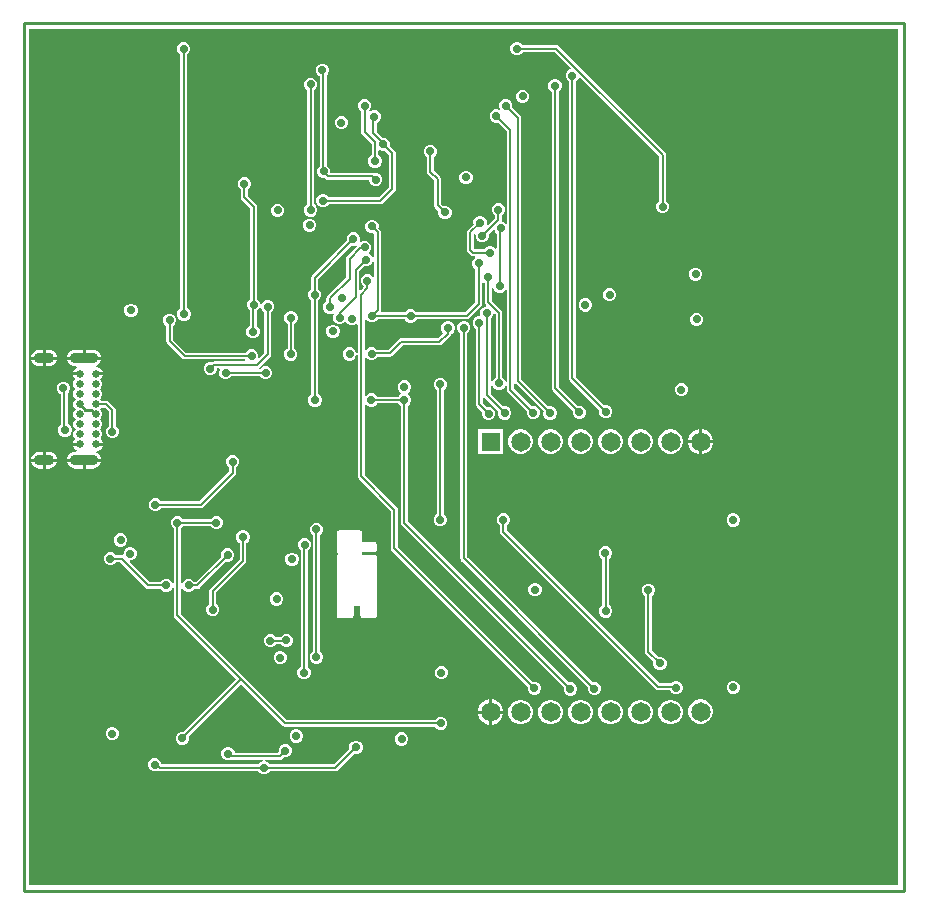
<source format=gbl>
G04*
G04 #@! TF.GenerationSoftware,Altium Limited,Altium Designer,22.10.1 (41)*
G04*
G04 Layer_Physical_Order=4*
G04 Layer_Color=16711680*
%FSLAX43Y43*%
%MOMM*%
G71*
G04*
G04 #@! TF.SameCoordinates,DCDCABE6-F013-49A3-9D9D-6440811BB2A6*
G04*
G04*
G04 #@! TF.FilePolarity,Positive*
G04*
G01*
G75*
%ADD14C,0.150*%
%ADD16C,0.254*%
%ADD112C,0.220*%
%ADD113C,1.650*%
%ADD114R,1.650X1.650*%
%ADD115O,2.400X0.900*%
%ADD116O,1.700X0.900*%
%ADD117C,0.650*%
%ADD118C,0.700*%
%ADD119C,0.500*%
G36*
X74000Y500D02*
X500D01*
Y73000D01*
X74000D01*
Y500D01*
D02*
G37*
%LPC*%
G36*
X42361Y67810D02*
X42139D01*
X41933Y67725D01*
X41775Y67567D01*
X41690Y67361D01*
Y67139D01*
X41775Y66933D01*
X41933Y66775D01*
X42139Y66690D01*
X42361D01*
X42567Y66775D01*
X42725Y66933D01*
X42810Y67139D01*
Y67361D01*
X42725Y67567D01*
X42567Y67725D01*
X42361Y67810D01*
D02*
G37*
G36*
X40936Y67035D02*
X40714D01*
X40508Y66950D01*
X40350Y66792D01*
X40265Y66586D01*
Y66364D01*
X40325Y66219D01*
X40228Y66122D01*
X40136Y66160D01*
X39914D01*
X39708Y66075D01*
X39550Y65917D01*
X39465Y65711D01*
Y65489D01*
X39550Y65283D01*
X39708Y65125D01*
X39914Y65040D01*
X40136D01*
X40163Y65051D01*
X40934Y64280D01*
Y56537D01*
X40807Y56485D01*
X40742Y56550D01*
X40562Y56625D01*
X40525Y56659D01*
X40478Y56762D01*
X40491Y56825D01*
Y57189D01*
X40517Y57200D01*
X40675Y57358D01*
X40760Y57564D01*
Y57786D01*
X40675Y57992D01*
X40517Y58150D01*
X40311Y58235D01*
X40089D01*
X39883Y58150D01*
X39725Y57992D01*
X39640Y57786D01*
Y57564D01*
X39725Y57358D01*
X39883Y57200D01*
X39909Y57189D01*
Y56945D01*
X39291Y56327D01*
X39183Y56399D01*
X39210Y56464D01*
Y56686D01*
X39125Y56892D01*
X38967Y57050D01*
X38761Y57135D01*
X38539D01*
X38333Y57050D01*
X38175Y56892D01*
X38090Y56686D01*
Y56464D01*
X38101Y56437D01*
X37620Y55955D01*
X37557Y55861D01*
X37534Y55750D01*
Y54250D01*
X37557Y54139D01*
X37620Y54045D01*
X37845Y53820D01*
X37939Y53757D01*
X38050Y53734D01*
X38236D01*
X38261Y53607D01*
X38233Y53596D01*
X38075Y53438D01*
X37990Y53232D01*
Y53010D01*
X38075Y52804D01*
X38233Y52646D01*
X38259Y52635D01*
Y49820D01*
X37405Y48966D01*
X33250D01*
X33250Y48967D01*
X33092Y49125D01*
X32886Y49210D01*
X32664D01*
X32458Y49125D01*
X32300Y48967D01*
X32300Y48966D01*
X30339D01*
X30269Y49089D01*
X30269Y49093D01*
X30291Y49200D01*
Y55747D01*
X30268Y55858D01*
X30205Y55952D01*
X30042Y56116D01*
X30053Y56143D01*
Y56365D01*
X29967Y56571D01*
X29810Y56729D01*
X29604Y56814D01*
X29381D01*
X29175Y56729D01*
X29018Y56571D01*
X28933Y56365D01*
Y56143D01*
X29018Y55937D01*
X29175Y55779D01*
X29381Y55694D01*
X29604D01*
X29612Y55697D01*
X29709Y55618D01*
Y51998D01*
X29582Y51972D01*
X29579Y51980D01*
X29422Y52137D01*
X29216Y52222D01*
X28993D01*
X28788Y52137D01*
X28630Y51980D01*
X28545Y51774D01*
Y51551D01*
X28630Y51345D01*
X28788Y51188D01*
X28753Y51064D01*
X28533Y50844D01*
X28416Y50892D01*
Y52435D01*
X28853Y52872D01*
X28880Y52861D01*
X29103D01*
X29308Y52946D01*
X29466Y53104D01*
X29551Y53310D01*
Y53533D01*
X29466Y53738D01*
X29308Y53896D01*
X29278Y53909D01*
X29250Y54058D01*
X29350Y54158D01*
X29435Y54364D01*
Y54586D01*
X29350Y54792D01*
X29192Y54950D01*
X28986Y55035D01*
X28764D01*
X28579Y54958D01*
X28514Y55000D01*
X28476Y55043D01*
X28485Y55064D01*
Y55286D01*
X28400Y55492D01*
X28242Y55650D01*
X28036Y55735D01*
X27814D01*
X27608Y55650D01*
X27450Y55492D01*
X27365Y55286D01*
Y55064D01*
X27376Y55037D01*
X24445Y52105D01*
X24382Y52011D01*
X24359Y51900D01*
Y50961D01*
X24333Y50950D01*
X24175Y50792D01*
X24090Y50586D01*
Y50364D01*
X24175Y50158D01*
X24333Y50000D01*
X24372Y49984D01*
Y42031D01*
X24358Y42025D01*
X24200Y41867D01*
X24115Y41661D01*
Y41439D01*
X24200Y41233D01*
X24358Y41075D01*
X24564Y40990D01*
X24786D01*
X24992Y41075D01*
X25150Y41233D01*
X25235Y41439D01*
Y41661D01*
X25150Y41867D01*
X24992Y42025D01*
X24953Y42041D01*
Y49994D01*
X24967Y50000D01*
X25125Y50158D01*
X25210Y50364D01*
Y50586D01*
X25125Y50792D01*
X24967Y50950D01*
X24941Y50961D01*
Y51780D01*
X27787Y54626D01*
X27814Y54615D01*
X28036D01*
X28144Y54660D01*
X28216Y54552D01*
X27395Y53730D01*
X27332Y53636D01*
X27309Y53525D01*
Y51948D01*
X25720Y50358D01*
X25657Y50264D01*
X25634Y50153D01*
Y49911D01*
X25608Y49900D01*
X25450Y49742D01*
X25365Y49536D01*
Y49314D01*
X25450Y49108D01*
X25608Y48950D01*
X25814Y48865D01*
X26036D01*
X26242Y48950D01*
X26309Y48851D01*
X26275Y48817D01*
X26190Y48611D01*
Y48389D01*
X26275Y48183D01*
X26433Y48025D01*
X26639Y47940D01*
X26861D01*
X27067Y48025D01*
X27194Y48152D01*
X27335Y48143D01*
X27350Y48108D01*
X27508Y47950D01*
X27714Y47865D01*
X27936D01*
X28142Y47950D01*
X28167Y47975D01*
X28284Y47927D01*
Y45568D01*
X28160Y45561D01*
X28075Y45767D01*
X27917Y45925D01*
X27711Y46010D01*
X27489D01*
X27283Y45925D01*
X27125Y45767D01*
X27040Y45561D01*
Y45339D01*
X27125Y45133D01*
X27283Y44975D01*
X27489Y44890D01*
X27711D01*
X27917Y44975D01*
X28075Y45133D01*
X28160Y45339D01*
X28284Y45332D01*
Y35100D01*
X28307Y34989D01*
X28370Y34895D01*
X31109Y32155D01*
Y29000D01*
X31132Y28889D01*
X31195Y28795D01*
X42701Y17288D01*
X42690Y17261D01*
Y17039D01*
X42775Y16833D01*
X42933Y16675D01*
X43139Y16590D01*
X43361D01*
X43567Y16675D01*
X43725Y16833D01*
X43810Y17039D01*
Y17261D01*
X43725Y17467D01*
X43567Y17625D01*
X43361Y17710D01*
X43139D01*
X43112Y17699D01*
X31691Y29120D01*
Y32275D01*
X31668Y32386D01*
X31605Y32480D01*
X28866Y35220D01*
Y41177D01*
X28911Y41200D01*
X28993Y41215D01*
X29133Y41075D01*
X29339Y40990D01*
X29561D01*
X29767Y41075D01*
X29925Y41233D01*
X29936Y41259D01*
X31739D01*
X31750Y41233D01*
X31908Y41075D01*
X31934Y41064D01*
Y31150D01*
X31957Y31039D01*
X32020Y30945D01*
X45751Y17213D01*
X45740Y17186D01*
Y16964D01*
X45825Y16758D01*
X45983Y16600D01*
X46189Y16515D01*
X46411D01*
X46617Y16600D01*
X46775Y16758D01*
X46860Y16964D01*
Y17186D01*
X46775Y17392D01*
X46617Y17550D01*
X46411Y17635D01*
X46189D01*
X46162Y17624D01*
X32516Y31270D01*
Y41064D01*
X32542Y41075D01*
X32700Y41233D01*
X32785Y41439D01*
Y41661D01*
X32700Y41867D01*
X32542Y42025D01*
X32526Y42031D01*
Y42158D01*
X32567Y42175D01*
X32725Y42333D01*
X32810Y42539D01*
Y42761D01*
X32725Y42967D01*
X32567Y43125D01*
X32361Y43210D01*
X32139D01*
X31933Y43125D01*
X31775Y42967D01*
X31690Y42761D01*
Y42539D01*
X31775Y42333D01*
X31933Y42175D01*
X31949Y42169D01*
Y42042D01*
X31908Y42025D01*
X31750Y41867D01*
X31739Y41841D01*
X29936D01*
X29925Y41867D01*
X29767Y42025D01*
X29561Y42110D01*
X29339D01*
X29133Y42025D01*
X28993Y41885D01*
X28911Y41900D01*
X28866Y41923D01*
Y45151D01*
X28993Y45176D01*
X29000Y45158D01*
X29158Y45000D01*
X29364Y44915D01*
X29586D01*
X29792Y45000D01*
X29950Y45158D01*
X29971Y45209D01*
X31000D01*
X31111Y45232D01*
X31205Y45295D01*
X32108Y46197D01*
X35213D01*
X35324Y46219D01*
X35418Y46282D01*
X36099Y46963D01*
X36162Y47057D01*
X36180Y47150D01*
X36242Y47175D01*
X36400Y47333D01*
X36485Y47539D01*
Y47761D01*
X36400Y47967D01*
X36242Y48125D01*
X36036Y48210D01*
X35814D01*
X35608Y48125D01*
X35450Y47967D01*
X35365Y47761D01*
Y47539D01*
X35450Y47333D01*
X35549Y47234D01*
X35092Y46778D01*
X31988D01*
X31876Y46756D01*
X31782Y46693D01*
X30880Y45791D01*
X29950D01*
X29950Y45792D01*
X29792Y45950D01*
X29586Y46035D01*
X29364D01*
X29158Y45950D01*
X29000Y45792D01*
X28993Y45774D01*
X28866Y45799D01*
Y48436D01*
X28993Y48462D01*
X29025Y48383D01*
X29183Y48225D01*
X29389Y48140D01*
X29611D01*
X29817Y48225D01*
X29975Y48383D01*
X29975Y48384D01*
X32279D01*
X32300Y48333D01*
X32458Y48175D01*
X32664Y48090D01*
X32886D01*
X33092Y48175D01*
X33250Y48333D01*
X33271Y48384D01*
X37525D01*
X37636Y48407D01*
X37730Y48470D01*
X38755Y49495D01*
X38818Y49589D01*
X38841Y49700D01*
Y51488D01*
X38968Y51540D01*
X39033Y51475D01*
X39059Y51464D01*
Y49835D01*
X39082Y49724D01*
X39145Y49630D01*
X39191Y49583D01*
X39139Y49456D01*
X39089D01*
X38883Y49371D01*
X38725Y49213D01*
X38640Y49007D01*
Y48785D01*
X38649Y48762D01*
X38565Y48635D01*
X38464D01*
X38258Y48550D01*
X38100Y48392D01*
X38015Y48186D01*
Y47964D01*
X38100Y47758D01*
X38258Y47600D01*
X38284Y47589D01*
Y41200D01*
X38307Y41089D01*
X38370Y40995D01*
X38826Y40538D01*
X38815Y40511D01*
Y40289D01*
X38900Y40083D01*
X39058Y39925D01*
X39264Y39840D01*
X39486D01*
X39692Y39925D01*
X39850Y40083D01*
X39935Y40289D01*
Y40511D01*
X39850Y40717D01*
X39692Y40875D01*
X39486Y40960D01*
X39264D01*
X39237Y40949D01*
X38866Y41320D01*
Y41744D01*
X38886Y41758D01*
X39049Y41741D01*
X40201Y40588D01*
X40190Y40561D01*
Y40339D01*
X40275Y40133D01*
X40433Y39975D01*
X40639Y39890D01*
X40861D01*
X41067Y39975D01*
X41225Y40133D01*
X41310Y40339D01*
Y40561D01*
X41225Y40767D01*
X41067Y40925D01*
X40861Y41010D01*
X40639D01*
X40612Y40999D01*
X39545Y42066D01*
Y48449D01*
X39675Y48579D01*
X39760Y48785D01*
Y48809D01*
X39877Y48860D01*
X39959Y48794D01*
Y43436D01*
X39933Y43425D01*
X39775Y43267D01*
X39690Y43061D01*
Y42839D01*
X39775Y42633D01*
X39933Y42475D01*
X40139Y42390D01*
X40361D01*
X40567Y42475D01*
X40725Y42633D01*
X40810Y42839D01*
X40934Y42832D01*
Y42400D01*
X40957Y42289D01*
X41020Y42195D01*
X42601Y40613D01*
X42590Y40586D01*
Y40364D01*
X42675Y40158D01*
X42833Y40000D01*
X43039Y39915D01*
X43261D01*
X43467Y40000D01*
X43625Y40158D01*
X43710Y40364D01*
Y40586D01*
X43625Y40792D01*
X43467Y40950D01*
X43261Y41035D01*
X43039D01*
X43012Y41024D01*
X41516Y42520D01*
Y42934D01*
X41643Y42972D01*
X41645Y42970D01*
X44026Y40588D01*
X44015Y40561D01*
Y40339D01*
X44100Y40133D01*
X44258Y39975D01*
X44464Y39890D01*
X44686D01*
X44892Y39975D01*
X45050Y40133D01*
X45135Y40339D01*
Y40561D01*
X45050Y40767D01*
X44892Y40925D01*
X44686Y41010D01*
X44464D01*
X44437Y40999D01*
X42141Y43295D01*
Y65450D01*
X42118Y65561D01*
X42055Y65655D01*
X41374Y66337D01*
X41385Y66364D01*
Y66586D01*
X41300Y66792D01*
X41142Y66950D01*
X40936Y67035D01*
D02*
G37*
G36*
X27011Y65585D02*
X26789D01*
X26583Y65500D01*
X26425Y65342D01*
X26340Y65136D01*
Y64914D01*
X26425Y64708D01*
X26583Y64550D01*
X26789Y64465D01*
X27011D01*
X27217Y64550D01*
X27375Y64708D01*
X27460Y64914D01*
Y65136D01*
X27375Y65342D01*
X27217Y65500D01*
X27011Y65585D01*
D02*
G37*
G36*
X37561Y60960D02*
X37339D01*
X37133Y60875D01*
X36975Y60717D01*
X36890Y60511D01*
Y60289D01*
X36975Y60083D01*
X37133Y59925D01*
X37339Y59840D01*
X37561D01*
X37767Y59925D01*
X37925Y60083D01*
X38010Y60289D01*
Y60511D01*
X37925Y60717D01*
X37767Y60875D01*
X37561Y60960D01*
D02*
G37*
G36*
X25411Y70035D02*
X25189D01*
X24983Y69950D01*
X24825Y69792D01*
X24740Y69586D01*
Y69364D01*
X24825Y69158D01*
X24983Y69000D01*
X25072Y68963D01*
Y61364D01*
X24925Y61217D01*
X24840Y61011D01*
Y60789D01*
X24925Y60583D01*
X25083Y60425D01*
X25289Y60340D01*
X25488D01*
X25558Y60270D01*
X25653Y60207D01*
X25764Y60184D01*
X29265D01*
Y60089D01*
X29350Y59883D01*
X29508Y59725D01*
X29714Y59640D01*
X29936D01*
X30142Y59725D01*
X30300Y59883D01*
X30385Y60089D01*
Y60311D01*
X30300Y60517D01*
X30142Y60675D01*
X29936Y60760D01*
X29714D01*
X29612Y60718D01*
X29573Y60743D01*
X29462Y60766D01*
X25975D01*
X25960Y60789D01*
Y61011D01*
X25875Y61217D01*
X25717Y61375D01*
X25653Y61401D01*
Y69036D01*
X25775Y69158D01*
X25860Y69364D01*
Y69586D01*
X25775Y69792D01*
X25617Y69950D01*
X25411Y70035D01*
D02*
G37*
G36*
X28986Y67035D02*
X28764D01*
X28558Y66950D01*
X28400Y66792D01*
X28315Y66586D01*
Y66364D01*
X28400Y66158D01*
X28558Y66000D01*
X28584Y65989D01*
Y64225D01*
X28607Y64114D01*
X28670Y64020D01*
X29459Y63230D01*
Y62261D01*
X29433Y62250D01*
X29275Y62092D01*
X29190Y61886D01*
Y61664D01*
X29275Y61458D01*
X29433Y61300D01*
X29639Y61215D01*
X29861D01*
X30067Y61300D01*
X30225Y61458D01*
X30310Y61664D01*
Y61886D01*
X30225Y62092D01*
X30067Y62250D01*
X30041Y62261D01*
Y62652D01*
X30168Y62711D01*
X30339Y62640D01*
X30561D01*
X30588Y62651D01*
X30934Y62305D01*
Y59559D01*
X30091Y58716D01*
X25836D01*
X25825Y58742D01*
X25667Y58900D01*
X25461Y58985D01*
X25239D01*
X25033Y58900D01*
X24875Y58742D01*
X24790Y58536D01*
Y58314D01*
X24875Y58108D01*
X25033Y57950D01*
X25239Y57865D01*
X25461D01*
X25667Y57950D01*
X25825Y58108D01*
X25836Y58134D01*
X30211D01*
X30322Y58157D01*
X30416Y58220D01*
X31430Y59234D01*
X31493Y59328D01*
X31516Y59439D01*
Y62425D01*
X31493Y62536D01*
X31430Y62630D01*
X30999Y63062D01*
X31010Y63089D01*
Y63311D01*
X30925Y63517D01*
X30767Y63675D01*
X30561Y63760D01*
X30426D01*
X29916Y64270D01*
Y65007D01*
X30021Y65050D01*
X30179Y65208D01*
X30264Y65414D01*
Y65636D01*
X30179Y65842D01*
X30021Y66000D01*
X29815Y66085D01*
X29593D01*
X29393Y66002D01*
X29385Y66000D01*
X29254Y66047D01*
X29252Y66060D01*
X29350Y66158D01*
X29435Y66364D01*
Y66586D01*
X29350Y66792D01*
X29192Y66950D01*
X28986Y67035D01*
D02*
G37*
G36*
X41886Y71860D02*
X41664D01*
X41458Y71775D01*
X41300Y71617D01*
X41215Y71411D01*
Y71189D01*
X41300Y70983D01*
X41458Y70825D01*
X41664Y70740D01*
X41886D01*
X42092Y70825D01*
X42250Y70983D01*
X42261Y71009D01*
X44994D01*
X46322Y69681D01*
X46283Y69541D01*
X46133Y69479D01*
X45975Y69321D01*
X45890Y69115D01*
Y68893D01*
X45975Y68687D01*
X46133Y68529D01*
X46159Y68518D01*
Y43400D01*
X46182Y43289D01*
X46245Y43195D01*
X48751Y40688D01*
X48740Y40661D01*
Y40439D01*
X48825Y40233D01*
X48983Y40075D01*
X49189Y39990D01*
X49411D01*
X49617Y40075D01*
X49775Y40233D01*
X49860Y40439D01*
Y40661D01*
X49775Y40867D01*
X49617Y41025D01*
X49411Y41110D01*
X49189D01*
X49162Y41099D01*
X46741Y43520D01*
Y68518D01*
X46767Y68529D01*
X46925Y68687D01*
X46987Y68837D01*
X47127Y68876D01*
X53809Y62194D01*
Y58411D01*
X53783Y58400D01*
X53625Y58242D01*
X53540Y58036D01*
Y57814D01*
X53625Y57608D01*
X53783Y57450D01*
X53989Y57365D01*
X54211D01*
X54417Y57450D01*
X54575Y57608D01*
X54660Y57814D01*
Y58036D01*
X54575Y58242D01*
X54417Y58400D01*
X54391Y58411D01*
Y62314D01*
X54368Y62425D01*
X54305Y62520D01*
X45320Y71505D01*
X45225Y71568D01*
X45114Y71591D01*
X42261D01*
X42250Y71617D01*
X42092Y71775D01*
X41886Y71860D01*
D02*
G37*
G36*
X24411Y68835D02*
X24189D01*
X23983Y68750D01*
X23825Y68592D01*
X23740Y68386D01*
Y68164D01*
X23825Y67958D01*
X23983Y67800D01*
X24034Y67779D01*
Y58111D01*
X24008Y58100D01*
X23850Y57942D01*
X23765Y57736D01*
Y57514D01*
X23850Y57308D01*
X24008Y57150D01*
X24214Y57065D01*
X24436D01*
X24642Y57150D01*
X24800Y57308D01*
X24885Y57514D01*
Y57736D01*
X24800Y57942D01*
X24642Y58100D01*
X24616Y58111D01*
Y67800D01*
X24617Y67800D01*
X24775Y67958D01*
X24860Y68164D01*
Y68386D01*
X24775Y68592D01*
X24617Y68750D01*
X24411Y68835D01*
D02*
G37*
G36*
X21611Y58160D02*
X21389D01*
X21183Y58075D01*
X21025Y57917D01*
X20940Y57711D01*
Y57489D01*
X21025Y57283D01*
X21183Y57125D01*
X21389Y57040D01*
X21611D01*
X21817Y57125D01*
X21975Y57283D01*
X22060Y57489D01*
Y57711D01*
X21975Y57917D01*
X21817Y58075D01*
X21611Y58160D01*
D02*
G37*
G36*
X34541Y63155D02*
X34319D01*
X34113Y63070D01*
X33955Y62912D01*
X33870Y62706D01*
Y62484D01*
X33955Y62278D01*
X34113Y62120D01*
X34139Y62109D01*
Y60870D01*
X34162Y60759D01*
X34225Y60665D01*
X34759Y60130D01*
Y58050D01*
X34782Y57939D01*
X34845Y57845D01*
X35126Y57563D01*
X35115Y57536D01*
Y57314D01*
X35200Y57108D01*
X35358Y56950D01*
X35564Y56865D01*
X35786D01*
X35992Y56950D01*
X36150Y57108D01*
X36235Y57314D01*
Y57536D01*
X36150Y57742D01*
X35992Y57900D01*
X35786Y57985D01*
X35564D01*
X35537Y57974D01*
X35341Y58170D01*
Y60250D01*
X35318Y60361D01*
X35255Y60455D01*
X34721Y60990D01*
Y62109D01*
X34747Y62120D01*
X34905Y62278D01*
X34990Y62484D01*
Y62706D01*
X34905Y62912D01*
X34747Y63070D01*
X34541Y63155D01*
D02*
G37*
G36*
X24336Y56910D02*
X24114D01*
X23908Y56825D01*
X23750Y56667D01*
X23665Y56461D01*
Y56239D01*
X23750Y56033D01*
X23908Y55875D01*
X24114Y55790D01*
X24336D01*
X24542Y55875D01*
X24700Y56033D01*
X24785Y56239D01*
Y56461D01*
X24700Y56667D01*
X24542Y56825D01*
X24336Y56910D01*
D02*
G37*
G36*
X57011Y52760D02*
X56789D01*
X56583Y52675D01*
X56425Y52517D01*
X56340Y52311D01*
Y52089D01*
X56425Y51883D01*
X56583Y51725D01*
X56789Y51640D01*
X57011D01*
X57217Y51725D01*
X57375Y51883D01*
X57460Y52089D01*
Y52311D01*
X57375Y52517D01*
X57217Y52675D01*
X57011Y52760D01*
D02*
G37*
G36*
X49736Y51010D02*
X49514D01*
X49308Y50925D01*
X49150Y50767D01*
X49065Y50561D01*
Y50339D01*
X49150Y50133D01*
X49308Y49975D01*
X49514Y49890D01*
X49736D01*
X49942Y49975D01*
X50100Y50133D01*
X50185Y50339D01*
Y50561D01*
X50100Y50767D01*
X49942Y50925D01*
X49736Y51010D01*
D02*
G37*
G36*
X47661Y50160D02*
X47439D01*
X47233Y50075D01*
X47075Y49917D01*
X46990Y49711D01*
Y49489D01*
X47075Y49283D01*
X47233Y49125D01*
X47439Y49040D01*
X47661D01*
X47867Y49125D01*
X48025Y49283D01*
X48110Y49489D01*
Y49711D01*
X48025Y49917D01*
X47867Y50075D01*
X47661Y50160D01*
D02*
G37*
G36*
X9211Y49710D02*
X8989D01*
X8783Y49625D01*
X8625Y49467D01*
X8540Y49261D01*
Y49039D01*
X8625Y48833D01*
X8783Y48675D01*
X8989Y48590D01*
X9211D01*
X9417Y48675D01*
X9575Y48833D01*
X9660Y49039D01*
Y49261D01*
X9575Y49467D01*
X9417Y49625D01*
X9211Y49710D01*
D02*
G37*
G36*
X13661Y71835D02*
X13439D01*
X13233Y71750D01*
X13075Y71592D01*
X12990Y71386D01*
Y71164D01*
X13075Y70958D01*
X13233Y70800D01*
X13272Y70784D01*
Y49306D01*
X13258Y49300D01*
X13100Y49142D01*
X13015Y48936D01*
Y48714D01*
X13100Y48508D01*
X13258Y48350D01*
X13464Y48265D01*
X13686D01*
X13892Y48350D01*
X14050Y48508D01*
X14135Y48714D01*
Y48936D01*
X14050Y49142D01*
X13892Y49300D01*
X13853Y49316D01*
Y70794D01*
X13867Y70800D01*
X14025Y70958D01*
X14110Y71164D01*
Y71386D01*
X14025Y71592D01*
X13867Y71750D01*
X13661Y71835D01*
D02*
G37*
G36*
X57086Y48935D02*
X56864D01*
X56658Y48850D01*
X56500Y48692D01*
X56415Y48486D01*
Y48264D01*
X56500Y48058D01*
X56658Y47900D01*
X56864Y47815D01*
X57086D01*
X57292Y47900D01*
X57450Y48058D01*
X57535Y48264D01*
Y48486D01*
X57450Y48692D01*
X57292Y48850D01*
X57086Y48935D01*
D02*
G37*
G36*
X26311Y47935D02*
X26089D01*
X25883Y47850D01*
X25725Y47692D01*
X25640Y47486D01*
Y47264D01*
X25725Y47058D01*
X25883Y46900D01*
X26089Y46815D01*
X26311D01*
X26517Y46900D01*
X26675Y47058D01*
X26760Y47264D01*
Y47486D01*
X26675Y47692D01*
X26517Y47850D01*
X26311Y47935D01*
D02*
G37*
G36*
X5880Y45810D02*
X5257D01*
Y45227D01*
X6573D01*
X6566Y45284D01*
X6495Y45455D01*
X6382Y45602D01*
X6235Y45715D01*
X6064Y45786D01*
X5880Y45810D01*
D02*
G37*
G36*
X5003D02*
X4380D01*
X4196Y45786D01*
X4025Y45715D01*
X3878Y45602D01*
X3765Y45455D01*
X3694Y45284D01*
X3687Y45227D01*
X5003D01*
Y45810D01*
D02*
G37*
G36*
X2150D02*
X1877D01*
Y45227D01*
X2843D01*
X2836Y45284D01*
X2765Y45455D01*
X2652Y45602D01*
X2505Y45715D01*
X2334Y45786D01*
X2150Y45810D01*
D02*
G37*
G36*
X1623D02*
X1350D01*
X1166Y45786D01*
X995Y45715D01*
X848Y45602D01*
X735Y45455D01*
X664Y45284D01*
X657Y45227D01*
X1623D01*
Y45810D01*
D02*
G37*
G36*
X18811Y60410D02*
X18589D01*
X18383Y60325D01*
X18225Y60167D01*
X18140Y59961D01*
Y59739D01*
X18225Y59533D01*
X18383Y59375D01*
X18409Y59364D01*
Y58697D01*
X18432Y58586D01*
X18495Y58492D01*
X19184Y57802D01*
Y50111D01*
X19158Y50100D01*
X19000Y49942D01*
X18915Y49736D01*
Y49514D01*
X19000Y49308D01*
X19158Y49150D01*
X19159Y49150D01*
Y47821D01*
X19108Y47800D01*
X18950Y47642D01*
X18865Y47436D01*
Y47214D01*
X18950Y47008D01*
X19108Y46850D01*
X19314Y46765D01*
X19536D01*
X19742Y46850D01*
X19900Y47008D01*
X19985Y47214D01*
Y47436D01*
X19900Y47642D01*
X19742Y47800D01*
X19741Y47800D01*
Y49129D01*
X19792Y49150D01*
X19950Y49308D01*
X19988Y49400D01*
X20115Y49375D01*
Y49339D01*
X20200Y49133D01*
X20358Y48975D01*
X20384Y48964D01*
Y45545D01*
X19977Y45138D01*
X19971Y45140D01*
X19860Y45201D01*
Y45386D01*
X19775Y45592D01*
X19617Y45750D01*
X19411Y45835D01*
X19189D01*
X18983Y45750D01*
X18825Y45592D01*
X18814Y45566D01*
X13745D01*
X12671Y46640D01*
Y47819D01*
X12697Y47830D01*
X12855Y47988D01*
X12940Y48194D01*
Y48416D01*
X12855Y48622D01*
X12697Y48780D01*
X12491Y48865D01*
X12269D01*
X12063Y48780D01*
X11905Y48622D01*
X11820Y48416D01*
Y48194D01*
X11905Y47988D01*
X12063Y47830D01*
X12089Y47819D01*
Y46520D01*
X12112Y46409D01*
X12175Y46315D01*
X13420Y45070D01*
X13514Y45007D01*
X13625Y44984D01*
X18736D01*
X18764Y44943D01*
X18696Y44816D01*
X16163D01*
X16052Y44793D01*
X15967Y44737D01*
X15911Y44760D01*
X15689D01*
X15483Y44675D01*
X15325Y44517D01*
X15240Y44311D01*
Y44089D01*
X15325Y43883D01*
X15483Y43725D01*
X15689Y43640D01*
X15911D01*
X16117Y43725D01*
X16275Y43883D01*
X16360Y44089D01*
Y44234D01*
X16531D01*
X16602Y44107D01*
X16540Y43957D01*
Y43735D01*
X16625Y43529D01*
X16783Y43371D01*
X16989Y43286D01*
X17211D01*
X17417Y43371D01*
X17575Y43529D01*
X17587Y43557D01*
X20013D01*
X20025Y43529D01*
X20183Y43371D01*
X20389Y43286D01*
X20611D01*
X20817Y43371D01*
X20975Y43529D01*
X21060Y43735D01*
Y43957D01*
X20975Y44163D01*
X20817Y44321D01*
X20611Y44406D01*
X20389D01*
X20183Y44321D01*
X20071Y44209D01*
X19993Y44213D01*
X19973Y44281D01*
X19980Y44320D01*
X20880Y45220D01*
X20943Y45314D01*
X20966Y45425D01*
Y48964D01*
X20992Y48975D01*
X21150Y49133D01*
X21235Y49339D01*
Y49561D01*
X21150Y49767D01*
X20992Y49925D01*
X20786Y50010D01*
X20564D01*
X20358Y49925D01*
X20200Y49767D01*
X20162Y49675D01*
X20035Y49700D01*
Y49736D01*
X19950Y49942D01*
X19792Y50100D01*
X19766Y50111D01*
Y57922D01*
X19743Y58033D01*
X19680Y58128D01*
X18991Y58817D01*
Y59364D01*
X19017Y59375D01*
X19175Y59533D01*
X19260Y59739D01*
Y59961D01*
X19175Y60167D01*
X19017Y60325D01*
X18811Y60410D01*
D02*
G37*
G36*
X22761Y49060D02*
X22539D01*
X22333Y48975D01*
X22175Y48817D01*
X22090Y48611D01*
Y48389D01*
X22175Y48183D01*
X22333Y48025D01*
X22347Y48019D01*
Y45916D01*
X22308Y45900D01*
X22150Y45742D01*
X22065Y45536D01*
Y45314D01*
X22150Y45108D01*
X22308Y44950D01*
X22514Y44865D01*
X22736D01*
X22942Y44950D01*
X23100Y45108D01*
X23185Y45314D01*
Y45536D01*
X23100Y45742D01*
X22942Y45900D01*
X22928Y45906D01*
Y48009D01*
X22967Y48025D01*
X23125Y48183D01*
X23210Y48389D01*
Y48611D01*
X23125Y48817D01*
X22967Y48975D01*
X22761Y49060D01*
D02*
G37*
G36*
X2843Y44973D02*
X1877D01*
Y44390D01*
X2150D01*
X2334Y44414D01*
X2505Y44485D01*
X2652Y44598D01*
X2765Y44745D01*
X2836Y44916D01*
X2843Y44973D01*
D02*
G37*
G36*
X1623D02*
X657D01*
X664Y44916D01*
X735Y44745D01*
X848Y44598D01*
X995Y44485D01*
X1166Y44414D01*
X1350Y44390D01*
X1623D01*
Y44973D01*
D02*
G37*
G36*
X55811Y42985D02*
X55589D01*
X55383Y42900D01*
X55225Y42742D01*
X55140Y42536D01*
Y42314D01*
X55225Y42108D01*
X55383Y41950D01*
X55589Y41865D01*
X55811D01*
X56017Y41950D01*
X56175Y42108D01*
X56260Y42314D01*
Y42536D01*
X56175Y42742D01*
X56017Y42900D01*
X55811Y42985D01*
D02*
G37*
G36*
X45111Y68710D02*
X44889D01*
X44683Y68625D01*
X44525Y68467D01*
X44440Y68261D01*
Y68039D01*
X44525Y67833D01*
X44683Y67675D01*
X44709Y67664D01*
Y42550D01*
X44732Y42439D01*
X44795Y42345D01*
X46501Y40638D01*
X46490Y40611D01*
Y40389D01*
X46575Y40183D01*
X46733Y40025D01*
X46939Y39940D01*
X47161D01*
X47367Y40025D01*
X47525Y40183D01*
X47610Y40389D01*
Y40611D01*
X47525Y40817D01*
X47367Y40975D01*
X47161Y41060D01*
X46939D01*
X46912Y41049D01*
X45291Y42670D01*
Y67664D01*
X45317Y67675D01*
X45475Y67833D01*
X45560Y68039D01*
Y68261D01*
X45475Y68467D01*
X45317Y68625D01*
X45111Y68710D01*
D02*
G37*
G36*
X3486Y43110D02*
X3264D01*
X3058Y43025D01*
X2900Y42867D01*
X2815Y42661D01*
Y42439D01*
X2900Y42233D01*
X3058Y42075D01*
X3147Y42038D01*
Y39439D01*
X3025Y39317D01*
X2940Y39111D01*
Y38889D01*
X3025Y38683D01*
X3183Y38525D01*
X3389Y38440D01*
X3611D01*
X3817Y38525D01*
X3975Y38683D01*
X4060Y38889D01*
Y39111D01*
X3975Y39317D01*
X3817Y39475D01*
X3728Y39512D01*
Y42111D01*
X3850Y42233D01*
X3935Y42439D01*
Y42661D01*
X3850Y42867D01*
X3692Y43025D01*
X3486Y43110D01*
D02*
G37*
G36*
X6573Y44973D02*
X3687D01*
X3694Y44916D01*
X3765Y44745D01*
X3878Y44598D01*
X4025Y44485D01*
X4196Y44414D01*
X4380Y44390D01*
X4460D01*
X4485Y44263D01*
X4432Y44241D01*
X4269Y44078D01*
X4186Y43877D01*
X4760D01*
Y43623D01*
X4186D01*
X4269Y43422D01*
X4397Y43294D01*
X4306Y43203D01*
X4225Y43006D01*
Y42794D01*
X4306Y42597D01*
X4428Y42475D01*
X4306Y42353D01*
X4225Y42156D01*
Y41944D01*
X4306Y41747D01*
X4428Y41625D01*
X4306Y41503D01*
X4225Y41306D01*
Y41094D01*
X4306Y40897D01*
X4428Y40775D01*
X4306Y40653D01*
X4225Y40456D01*
Y40244D01*
X4306Y40047D01*
X4428Y39925D01*
X4306Y39803D01*
X4225Y39606D01*
Y39394D01*
X4306Y39197D01*
X4428Y39075D01*
X4306Y38953D01*
X4225Y38756D01*
Y38544D01*
X4306Y38347D01*
X4397Y38256D01*
X4269Y38128D01*
X4186Y37927D01*
X4760D01*
Y37673D01*
X4186D01*
X4269Y37472D01*
X4432Y37309D01*
X4485Y37287D01*
X4460Y37160D01*
X4380D01*
X4196Y37136D01*
X4025Y37065D01*
X3878Y36952D01*
X3765Y36805D01*
X3694Y36634D01*
X3687Y36577D01*
X6573D01*
X6566Y36634D01*
X6495Y36805D01*
X6382Y36952D01*
X6235Y37065D01*
X6165Y37094D01*
X6190Y37221D01*
X6225D01*
X6438Y37309D01*
X6601Y37472D01*
X6684Y37673D01*
X6110D01*
Y37927D01*
X6684D01*
X6601Y38128D01*
X6473Y38256D01*
X6564Y38347D01*
X6645Y38544D01*
Y38756D01*
X6564Y38953D01*
X6442Y39075D01*
X6564Y39197D01*
X6645Y39394D01*
Y39606D01*
X6564Y39803D01*
X6442Y39925D01*
X6564Y40047D01*
X6645Y40244D01*
Y40456D01*
X6564Y40653D01*
X6442Y40775D01*
X6564Y40897D01*
X6569Y40909D01*
X6900D01*
X7229Y40580D01*
Y39366D01*
X7203Y39355D01*
X7045Y39197D01*
X6960Y38991D01*
Y38769D01*
X7045Y38563D01*
X7203Y38405D01*
X7409Y38320D01*
X7631D01*
X7837Y38405D01*
X7995Y38563D01*
X8080Y38769D01*
Y38991D01*
X7995Y39197D01*
X7837Y39355D01*
X7811Y39366D01*
Y40700D01*
X7788Y40811D01*
X7725Y40905D01*
X7225Y41405D01*
X7131Y41468D01*
X7020Y41491D01*
X6569D01*
X6564Y41503D01*
X6442Y41625D01*
X6564Y41747D01*
X6645Y41944D01*
Y42156D01*
X6564Y42353D01*
X6442Y42475D01*
X6564Y42597D01*
X6645Y42794D01*
Y43006D01*
X6564Y43203D01*
X6473Y43294D01*
X6601Y43422D01*
X6684Y43623D01*
X6110D01*
Y43877D01*
X6684D01*
X6601Y44078D01*
X6438Y44241D01*
X6225Y44329D01*
X6190D01*
X6165Y44456D01*
X6235Y44485D01*
X6382Y44598D01*
X6495Y44745D01*
X6566Y44916D01*
X6573Y44973D01*
D02*
G37*
G36*
X57462Y39104D02*
X57447D01*
Y38152D01*
X58399D01*
Y38167D01*
X58325Y38441D01*
X58183Y38688D01*
X57983Y38888D01*
X57736Y39030D01*
X57462Y39104D01*
D02*
G37*
G36*
X57193D02*
X57178D01*
X56904Y39030D01*
X56657Y38888D01*
X56457Y38688D01*
X56315Y38441D01*
X56241Y38167D01*
Y38152D01*
X57193D01*
Y39104D01*
D02*
G37*
G36*
X54916Y39060D02*
X54644D01*
X54381Y38989D01*
X54144Y38853D01*
X53952Y38660D01*
X53816Y38424D01*
X53745Y38161D01*
Y37889D01*
X53816Y37626D01*
X53952Y37389D01*
X54144Y37197D01*
X54381Y37061D01*
X54644Y36990D01*
X54916D01*
X55179Y37061D01*
X55416Y37197D01*
X55608Y37389D01*
X55744Y37626D01*
X55815Y37889D01*
Y38161D01*
X55744Y38424D01*
X55608Y38660D01*
X55416Y38853D01*
X55179Y38989D01*
X54916Y39060D01*
D02*
G37*
G36*
X52376D02*
X52104D01*
X51841Y38989D01*
X51604Y38853D01*
X51412Y38660D01*
X51276Y38424D01*
X51205Y38161D01*
Y37889D01*
X51276Y37626D01*
X51412Y37389D01*
X51604Y37197D01*
X51841Y37061D01*
X52104Y36990D01*
X52376D01*
X52639Y37061D01*
X52876Y37197D01*
X53068Y37389D01*
X53204Y37626D01*
X53275Y37889D01*
Y38161D01*
X53204Y38424D01*
X53068Y38660D01*
X52876Y38853D01*
X52639Y38989D01*
X52376Y39060D01*
D02*
G37*
G36*
X49836D02*
X49564D01*
X49301Y38989D01*
X49064Y38853D01*
X48872Y38660D01*
X48736Y38424D01*
X48665Y38161D01*
Y37889D01*
X48736Y37626D01*
X48872Y37389D01*
X49064Y37197D01*
X49301Y37061D01*
X49564Y36990D01*
X49836D01*
X50099Y37061D01*
X50336Y37197D01*
X50528Y37389D01*
X50664Y37626D01*
X50735Y37889D01*
Y38161D01*
X50664Y38424D01*
X50528Y38660D01*
X50336Y38853D01*
X50099Y38989D01*
X49836Y39060D01*
D02*
G37*
G36*
X47296D02*
X47024D01*
X46761Y38989D01*
X46524Y38853D01*
X46332Y38660D01*
X46196Y38424D01*
X46125Y38161D01*
Y37889D01*
X46196Y37626D01*
X46332Y37389D01*
X46524Y37197D01*
X46761Y37061D01*
X47024Y36990D01*
X47296D01*
X47559Y37061D01*
X47796Y37197D01*
X47988Y37389D01*
X48124Y37626D01*
X48195Y37889D01*
Y38161D01*
X48124Y38424D01*
X47988Y38660D01*
X47796Y38853D01*
X47559Y38989D01*
X47296Y39060D01*
D02*
G37*
G36*
X44756D02*
X44484D01*
X44221Y38989D01*
X43984Y38853D01*
X43792Y38660D01*
X43656Y38424D01*
X43585Y38161D01*
Y37889D01*
X43656Y37626D01*
X43792Y37389D01*
X43984Y37197D01*
X44221Y37061D01*
X44484Y36990D01*
X44756D01*
X45019Y37061D01*
X45256Y37197D01*
X45448Y37389D01*
X45584Y37626D01*
X45655Y37889D01*
Y38161D01*
X45584Y38424D01*
X45448Y38660D01*
X45256Y38853D01*
X45019Y38989D01*
X44756Y39060D01*
D02*
G37*
G36*
X42216D02*
X41944D01*
X41681Y38989D01*
X41444Y38853D01*
X41252Y38660D01*
X41116Y38424D01*
X41045Y38161D01*
Y37889D01*
X41116Y37626D01*
X41252Y37389D01*
X41444Y37197D01*
X41681Y37061D01*
X41944Y36990D01*
X42216D01*
X42479Y37061D01*
X42716Y37197D01*
X42908Y37389D01*
X43044Y37626D01*
X43115Y37889D01*
Y38161D01*
X43044Y38424D01*
X42908Y38660D01*
X42716Y38853D01*
X42479Y38989D01*
X42216Y39060D01*
D02*
G37*
G36*
X40575D02*
X38505D01*
Y36990D01*
X40575D01*
Y39060D01*
D02*
G37*
G36*
X58399Y37898D02*
X57447D01*
Y36946D01*
X57462D01*
X57736Y37020D01*
X57983Y37162D01*
X58183Y37362D01*
X58325Y37609D01*
X58399Y37883D01*
Y37898D01*
D02*
G37*
G36*
X57193D02*
X56241D01*
Y37883D01*
X56315Y37609D01*
X56457Y37362D01*
X56657Y37162D01*
X56904Y37020D01*
X57178Y36946D01*
X57193D01*
Y37898D01*
D02*
G37*
G36*
X2150Y37160D02*
X1877D01*
Y36577D01*
X2843D01*
X2836Y36634D01*
X2765Y36805D01*
X2652Y36952D01*
X2505Y37065D01*
X2334Y37136D01*
X2150Y37160D01*
D02*
G37*
G36*
X1623D02*
X1350D01*
X1166Y37136D01*
X995Y37065D01*
X848Y36952D01*
X735Y36805D01*
X664Y36634D01*
X657Y36577D01*
X1623D01*
Y37160D01*
D02*
G37*
G36*
X6573Y36323D02*
X5257D01*
Y35740D01*
X5880D01*
X6064Y35764D01*
X6235Y35835D01*
X6382Y35948D01*
X6495Y36095D01*
X6566Y36266D01*
X6573Y36323D01*
D02*
G37*
G36*
X5003D02*
X3687D01*
X3694Y36266D01*
X3765Y36095D01*
X3878Y35948D01*
X4025Y35835D01*
X4196Y35764D01*
X4380Y35740D01*
X5003D01*
Y36323D01*
D02*
G37*
G36*
X2843D02*
X1877D01*
Y35740D01*
X2150D01*
X2334Y35764D01*
X2505Y35835D01*
X2652Y35948D01*
X2765Y36095D01*
X2836Y36266D01*
X2843Y36323D01*
D02*
G37*
G36*
X1623D02*
X657D01*
X664Y36266D01*
X735Y36095D01*
X848Y35948D01*
X995Y35835D01*
X1166Y35764D01*
X1350Y35740D01*
X1623D01*
Y36323D01*
D02*
G37*
G36*
X17811Y36885D02*
X17589D01*
X17383Y36800D01*
X17225Y36642D01*
X17140Y36436D01*
Y36214D01*
X17225Y36008D01*
X17383Y35850D01*
X17409Y35839D01*
Y35495D01*
X14880Y32966D01*
X11636D01*
X11625Y32992D01*
X11467Y33150D01*
X11261Y33235D01*
X11039D01*
X10833Y33150D01*
X10675Y32992D01*
X10590Y32786D01*
Y32564D01*
X10675Y32358D01*
X10833Y32200D01*
X11039Y32115D01*
X11261D01*
X11467Y32200D01*
X11625Y32358D01*
X11636Y32384D01*
X15000D01*
X15111Y32407D01*
X15205Y32470D01*
X17905Y35170D01*
X17968Y35264D01*
X17991Y35375D01*
Y35839D01*
X18017Y35850D01*
X18175Y36008D01*
X18260Y36214D01*
Y36436D01*
X18175Y36642D01*
X18017Y36800D01*
X17811Y36885D01*
D02*
G37*
G36*
X16436Y31735D02*
X16214D01*
X16008Y31650D01*
X15850Y31492D01*
X15839Y31466D01*
X13511D01*
X13500Y31492D01*
X13342Y31650D01*
X13136Y31735D01*
X12914D01*
X12708Y31650D01*
X12550Y31492D01*
X12465Y31286D01*
Y31064D01*
X12550Y30858D01*
X12708Y30700D01*
X12734Y30689D01*
Y26053D01*
X12607Y26028D01*
X12550Y26167D01*
X12392Y26325D01*
X12186Y26410D01*
X11964D01*
X11758Y26325D01*
X11600Y26167D01*
X11589Y26141D01*
X10695D01*
X8998Y27838D01*
X9051Y27965D01*
X9136D01*
X9342Y28050D01*
X9500Y28208D01*
X9585Y28414D01*
Y28636D01*
X9500Y28842D01*
X9342Y29000D01*
X9136Y29085D01*
X8914D01*
X8708Y29000D01*
X8550Y28842D01*
X8465Y28636D01*
Y28502D01*
X8462Y28497D01*
X8341Y28408D01*
X8300Y28416D01*
X7836D01*
X7825Y28442D01*
X7667Y28600D01*
X7461Y28685D01*
X7239D01*
X7033Y28600D01*
X6875Y28442D01*
X6790Y28236D01*
Y28014D01*
X6875Y27808D01*
X7033Y27650D01*
X7239Y27565D01*
X7461D01*
X7667Y27650D01*
X7825Y27808D01*
X7836Y27834D01*
X8180D01*
X10370Y25645D01*
X10464Y25582D01*
X10575Y25559D01*
X11589D01*
X11600Y25533D01*
X11758Y25375D01*
X11964Y25290D01*
X12186D01*
X12392Y25375D01*
X12550Y25533D01*
X12607Y25672D01*
X12734Y25647D01*
Y23325D01*
X12757Y23214D01*
X12820Y23120D01*
X18027Y17913D01*
X13563Y13449D01*
X13536Y13460D01*
X13314D01*
X13108Y13375D01*
X12950Y13217D01*
X12865Y13011D01*
Y12789D01*
X12950Y12583D01*
X13108Y12425D01*
X13314Y12340D01*
X13536D01*
X13742Y12425D01*
X13900Y12583D01*
X13985Y12789D01*
Y13011D01*
X13974Y13038D01*
X18438Y17502D01*
X21970Y13970D01*
X22064Y13907D01*
X22175Y13884D01*
X34839D01*
X34850Y13858D01*
X35008Y13700D01*
X35214Y13615D01*
X35436D01*
X35642Y13700D01*
X35800Y13858D01*
X35885Y14064D01*
Y14286D01*
X35800Y14492D01*
X35642Y14650D01*
X35436Y14735D01*
X35214D01*
X35008Y14650D01*
X34850Y14492D01*
X34839Y14466D01*
X22295D01*
X18643Y18118D01*
X18643Y18118D01*
X13316Y23445D01*
Y25647D01*
X13443Y25672D01*
X13500Y25533D01*
X13658Y25375D01*
X13864Y25290D01*
X14086D01*
X14292Y25375D01*
X14450Y25533D01*
X14461Y25559D01*
X14700D01*
X14811Y25582D01*
X14905Y25645D01*
X17137Y27876D01*
X17164Y27865D01*
X17386D01*
X17592Y27950D01*
X17750Y28108D01*
X17835Y28314D01*
Y28536D01*
X17750Y28742D01*
X17592Y28900D01*
X17386Y28985D01*
X17164D01*
X16958Y28900D01*
X16800Y28742D01*
X16715Y28536D01*
Y28314D01*
X16726Y28287D01*
X14580Y26141D01*
X14461D01*
X14450Y26167D01*
X14292Y26325D01*
X14086Y26410D01*
X13864D01*
X13658Y26325D01*
X13500Y26167D01*
X13443Y26028D01*
X13316Y26053D01*
Y30689D01*
X13342Y30700D01*
X13500Y30858D01*
X13511Y30884D01*
X15839D01*
X15850Y30858D01*
X16008Y30700D01*
X16214Y30615D01*
X16436D01*
X16642Y30700D01*
X16800Y30858D01*
X16885Y31064D01*
Y31286D01*
X16800Y31492D01*
X16642Y31650D01*
X16436Y31735D01*
D02*
G37*
G36*
X35386Y43435D02*
X35164D01*
X34958Y43350D01*
X34800Y43192D01*
X34715Y42986D01*
Y42764D01*
X34800Y42558D01*
X34958Y42400D01*
X34984Y42389D01*
Y31886D01*
X34958Y31875D01*
X34800Y31717D01*
X34715Y31511D01*
Y31289D01*
X34800Y31083D01*
X34958Y30925D01*
X35164Y30840D01*
X35386D01*
X35592Y30925D01*
X35750Y31083D01*
X35835Y31289D01*
Y31511D01*
X35750Y31717D01*
X35592Y31875D01*
X35566Y31886D01*
Y42389D01*
X35592Y42400D01*
X35750Y42558D01*
X35835Y42764D01*
Y42986D01*
X35750Y43192D01*
X35592Y43350D01*
X35386Y43435D01*
D02*
G37*
G36*
X60191Y31945D02*
X59969D01*
X59763Y31860D01*
X59605Y31702D01*
X59520Y31497D01*
Y31274D01*
X59605Y31068D01*
X59763Y30910D01*
X59969Y30825D01*
X60191D01*
X60397Y30910D01*
X60555Y31068D01*
X60640Y31274D01*
Y31497D01*
X60555Y31702D01*
X60397Y31860D01*
X60191Y31945D01*
D02*
G37*
G36*
X8336Y30260D02*
X8114D01*
X7908Y30175D01*
X7750Y30017D01*
X7665Y29811D01*
Y29589D01*
X7750Y29383D01*
X7908Y29225D01*
X8114Y29140D01*
X8336D01*
X8542Y29225D01*
X8700Y29383D01*
X8785Y29589D01*
Y29811D01*
X8700Y30017D01*
X8542Y30175D01*
X8336Y30260D01*
D02*
G37*
G36*
X22836Y28635D02*
X22614D01*
X22408Y28550D01*
X22250Y28392D01*
X22165Y28186D01*
Y27964D01*
X22250Y27758D01*
X22408Y27600D01*
X22614Y27515D01*
X22836D01*
X23042Y27600D01*
X23200Y27758D01*
X23285Y27964D01*
Y28186D01*
X23200Y28392D01*
X23042Y28550D01*
X22836Y28635D01*
D02*
G37*
G36*
X43411Y26060D02*
X43189D01*
X42983Y25975D01*
X42825Y25817D01*
X42740Y25611D01*
Y25389D01*
X42825Y25183D01*
X42983Y25025D01*
X43189Y24940D01*
X43411D01*
X43617Y25025D01*
X43775Y25183D01*
X43860Y25389D01*
Y25611D01*
X43775Y25817D01*
X43617Y25975D01*
X43411Y26060D01*
D02*
G37*
G36*
X21536Y25260D02*
X21314D01*
X21108Y25175D01*
X20950Y25017D01*
X20865Y24811D01*
Y24589D01*
X20950Y24383D01*
X21108Y24225D01*
X21314Y24140D01*
X21536D01*
X21742Y24225D01*
X21900Y24383D01*
X21985Y24589D01*
Y24811D01*
X21900Y25017D01*
X21742Y25175D01*
X21536Y25260D01*
D02*
G37*
G36*
X18686Y30510D02*
X18464D01*
X18258Y30425D01*
X18100Y30267D01*
X18015Y30061D01*
Y29839D01*
X18100Y29633D01*
X18258Y29475D01*
X18284Y29464D01*
Y28070D01*
X15795Y25580D01*
X15732Y25486D01*
X15709Y25375D01*
Y24275D01*
X15708Y24275D01*
X15550Y24117D01*
X15465Y23911D01*
Y23689D01*
X15550Y23483D01*
X15708Y23325D01*
X15914Y23240D01*
X16136D01*
X16342Y23325D01*
X16500Y23483D01*
X16585Y23689D01*
Y23911D01*
X16500Y24117D01*
X16342Y24275D01*
X16291Y24296D01*
Y25255D01*
X18780Y27745D01*
X18843Y27839D01*
X18866Y27950D01*
Y29464D01*
X18892Y29475D01*
X19050Y29633D01*
X19135Y29839D01*
Y30061D01*
X19050Y30267D01*
X18892Y30425D01*
X18686Y30510D01*
D02*
G37*
G36*
X49361Y29160D02*
X49139D01*
X48933Y29075D01*
X48775Y28917D01*
X48690Y28711D01*
Y28489D01*
X48775Y28283D01*
X48933Y28125D01*
X48984Y28104D01*
Y24150D01*
X48983Y24150D01*
X48825Y23992D01*
X48740Y23786D01*
Y23564D01*
X48825Y23358D01*
X48983Y23200D01*
X49189Y23115D01*
X49411D01*
X49617Y23200D01*
X49775Y23358D01*
X49860Y23564D01*
Y23786D01*
X49775Y23992D01*
X49617Y24150D01*
X49566Y24171D01*
Y28125D01*
X49567Y28125D01*
X49725Y28283D01*
X49810Y28489D01*
Y28711D01*
X49725Y28917D01*
X49567Y29075D01*
X49361Y29160D01*
D02*
G37*
G36*
X28475Y30514D02*
X26725D01*
X26643Y30498D01*
X26574Y30451D01*
X26527Y30382D01*
X26511Y30300D01*
Y28800D01*
X26527Y28718D01*
X26574Y28649D01*
X26616Y28621D01*
X26625Y28576D01*
Y28524D01*
X26616Y28479D01*
X26574Y28451D01*
X26527Y28382D01*
X26511Y28300D01*
Y23300D01*
X26527Y23218D01*
X26574Y23149D01*
X26643Y23102D01*
X26725Y23086D01*
X27725D01*
X27807Y23102D01*
X27876Y23149D01*
X27923Y23218D01*
X27939Y23300D01*
Y24086D01*
X28511D01*
Y23300D01*
X28527Y23218D01*
X28574Y23149D01*
X28643Y23102D01*
X28725Y23086D01*
X29725D01*
X29807Y23102D01*
X29876Y23149D01*
X29923Y23218D01*
X29939Y23300D01*
Y28225D01*
X29923Y28307D01*
X29876Y28376D01*
X29807Y28423D01*
X29725Y28439D01*
X28689D01*
Y28661D01*
X29725D01*
X29807Y28677D01*
X29876Y28724D01*
X29923Y28793D01*
X29939Y28875D01*
Y29300D01*
X29923Y29382D01*
X29876Y29451D01*
X29807Y29498D01*
X29725Y29514D01*
X28689D01*
Y30300D01*
X28673Y30382D01*
X28626Y30451D01*
X28557Y30498D01*
X28475Y30514D01*
D02*
G37*
G36*
X22361Y21760D02*
X22139D01*
X21933Y21675D01*
X21775Y21517D01*
X21757Y21473D01*
X21370D01*
X21366Y21483D01*
X21208Y21640D01*
X21003Y21725D01*
X20780D01*
X20574Y21640D01*
X20416Y21483D01*
X20331Y21277D01*
Y21054D01*
X20416Y20848D01*
X20574Y20691D01*
X20780Y20605D01*
X21003D01*
X21208Y20691D01*
X21366Y20848D01*
X21384Y20892D01*
X21771D01*
X21775Y20883D01*
X21933Y20725D01*
X22139Y20640D01*
X22361D01*
X22567Y20725D01*
X22725Y20883D01*
X22810Y21089D01*
Y21311D01*
X22725Y21517D01*
X22567Y21675D01*
X22361Y21760D01*
D02*
G37*
G36*
X24911Y31160D02*
X24689D01*
X24483Y31075D01*
X24325Y30917D01*
X24240Y30711D01*
Y30489D01*
X24325Y30283D01*
X24483Y30125D01*
X24509Y30114D01*
Y20261D01*
X24483Y20250D01*
X24325Y20092D01*
X24240Y19886D01*
Y19664D01*
X24325Y19458D01*
X24483Y19300D01*
X24689Y19215D01*
X24911D01*
X25117Y19300D01*
X25275Y19458D01*
X25360Y19664D01*
Y19886D01*
X25275Y20092D01*
X25117Y20250D01*
X25091Y20261D01*
Y30114D01*
X25117Y30125D01*
X25275Y30283D01*
X25360Y30489D01*
Y30711D01*
X25275Y30917D01*
X25117Y31075D01*
X24911Y31160D01*
D02*
G37*
G36*
X21836Y20285D02*
X21614D01*
X21408Y20200D01*
X21250Y20042D01*
X21165Y19836D01*
Y19614D01*
X21250Y19408D01*
X21408Y19250D01*
X21614Y19165D01*
X21836D01*
X22042Y19250D01*
X22200Y19408D01*
X22285Y19614D01*
Y19836D01*
X22200Y20042D01*
X22042Y20200D01*
X21836Y20285D01*
D02*
G37*
G36*
X53011Y26010D02*
X52789D01*
X52583Y25925D01*
X52425Y25767D01*
X52340Y25561D01*
Y25339D01*
X52425Y25133D01*
X52583Y24975D01*
X52609Y24964D01*
Y20225D01*
X52632Y20114D01*
X52695Y20020D01*
X53326Y19388D01*
X53315Y19361D01*
Y19139D01*
X53400Y18933D01*
X53558Y18775D01*
X53764Y18690D01*
X53986D01*
X54192Y18775D01*
X54350Y18933D01*
X54435Y19139D01*
Y19361D01*
X54350Y19567D01*
X54192Y19725D01*
X53986Y19810D01*
X53764D01*
X53737Y19799D01*
X53191Y20345D01*
Y24964D01*
X53217Y24975D01*
X53375Y25133D01*
X53460Y25339D01*
Y25561D01*
X53375Y25767D01*
X53217Y25925D01*
X53011Y26010D01*
D02*
G37*
G36*
X23911Y29860D02*
X23689D01*
X23483Y29775D01*
X23325Y29617D01*
X23240Y29411D01*
Y29189D01*
X23325Y28983D01*
X23483Y28825D01*
X23484Y28825D01*
Y18971D01*
X23433Y18950D01*
X23275Y18792D01*
X23190Y18586D01*
Y18364D01*
X23275Y18158D01*
X23433Y18000D01*
X23639Y17915D01*
X23861D01*
X24067Y18000D01*
X24225Y18158D01*
X24310Y18364D01*
Y18586D01*
X24225Y18792D01*
X24067Y18950D01*
X24066Y18950D01*
Y28804D01*
X24117Y28825D01*
X24275Y28983D01*
X24360Y29189D01*
Y29411D01*
X24275Y29617D01*
X24117Y29775D01*
X23911Y29860D01*
D02*
G37*
G36*
X35486Y19010D02*
X35264D01*
X35058Y18925D01*
X34900Y18767D01*
X34815Y18561D01*
Y18339D01*
X34900Y18133D01*
X35058Y17975D01*
X35264Y17890D01*
X35486D01*
X35692Y17975D01*
X35850Y18133D01*
X35935Y18339D01*
Y18561D01*
X35850Y18767D01*
X35692Y18925D01*
X35486Y19010D01*
D02*
G37*
G36*
X60191Y17770D02*
X59969D01*
X59763Y17685D01*
X59605Y17527D01*
X59520Y17322D01*
Y17099D01*
X59605Y16893D01*
X59763Y16735D01*
X59969Y16650D01*
X60191D01*
X60397Y16735D01*
X60555Y16893D01*
X60640Y17099D01*
Y17322D01*
X60555Y17527D01*
X60397Y17685D01*
X60191Y17770D01*
D02*
G37*
G36*
X40736Y31960D02*
X40514D01*
X40308Y31875D01*
X40150Y31717D01*
X40065Y31511D01*
Y31289D01*
X40150Y31083D01*
X40308Y30925D01*
X40334Y30914D01*
Y30400D01*
X40357Y30289D01*
X40420Y30195D01*
X53539Y17075D01*
X53634Y17012D01*
X53745Y16990D01*
X54721D01*
X54775Y16858D01*
X54933Y16700D01*
X55139Y16615D01*
X55361D01*
X55567Y16700D01*
X55725Y16858D01*
X55810Y17064D01*
Y17286D01*
X55725Y17492D01*
X55567Y17650D01*
X55361Y17735D01*
X55139D01*
X54933Y17650D01*
X54854Y17571D01*
X53865D01*
X40916Y30520D01*
Y30914D01*
X40942Y30925D01*
X41100Y31083D01*
X41185Y31289D01*
Y31511D01*
X41100Y31717D01*
X40942Y31875D01*
X40736Y31960D01*
D02*
G37*
G36*
X37386Y48235D02*
X37164D01*
X36958Y48150D01*
X36800Y47992D01*
X36715Y47786D01*
Y47564D01*
X36800Y47358D01*
X36958Y47200D01*
X36984Y47189D01*
Y28150D01*
X37007Y28039D01*
X37070Y27945D01*
X47776Y17238D01*
X47765Y17211D01*
Y16989D01*
X47850Y16783D01*
X48008Y16625D01*
X48214Y16540D01*
X48436D01*
X48642Y16625D01*
X48800Y16783D01*
X48885Y16989D01*
Y17211D01*
X48800Y17417D01*
X48642Y17575D01*
X48436Y17660D01*
X48214D01*
X48187Y17649D01*
X37566Y28270D01*
Y47189D01*
X37592Y47200D01*
X37750Y47358D01*
X37835Y47564D01*
Y47786D01*
X37750Y47992D01*
X37592Y48150D01*
X37386Y48235D01*
D02*
G37*
G36*
X39682Y16204D02*
X39667D01*
Y15252D01*
X40619D01*
Y15267D01*
X40545Y15541D01*
X40403Y15788D01*
X40203Y15988D01*
X39956Y16130D01*
X39682Y16204D01*
D02*
G37*
G36*
X39413D02*
X39398D01*
X39124Y16130D01*
X38877Y15988D01*
X38677Y15788D01*
X38535Y15541D01*
X38461Y15267D01*
Y15252D01*
X39413D01*
Y16204D01*
D02*
G37*
G36*
X57456Y16200D02*
X57184D01*
X56921Y16129D01*
X56684Y15993D01*
X56492Y15800D01*
X56356Y15564D01*
X56285Y15301D01*
Y15029D01*
X56356Y14766D01*
X56492Y14529D01*
X56684Y14337D01*
X56921Y14201D01*
X57184Y14130D01*
X57456D01*
X57719Y14201D01*
X57956Y14337D01*
X58148Y14529D01*
X58284Y14766D01*
X58355Y15029D01*
Y15301D01*
X58284Y15564D01*
X58148Y15800D01*
X57956Y15993D01*
X57719Y16129D01*
X57456Y16200D01*
D02*
G37*
G36*
X54916Y16160D02*
X54644D01*
X54381Y16089D01*
X54144Y15953D01*
X53952Y15760D01*
X53816Y15524D01*
X53745Y15261D01*
Y14989D01*
X53816Y14726D01*
X53952Y14489D01*
X54144Y14297D01*
X54381Y14161D01*
X54644Y14090D01*
X54916D01*
X55179Y14161D01*
X55416Y14297D01*
X55608Y14489D01*
X55744Y14726D01*
X55815Y14989D01*
Y15261D01*
X55744Y15524D01*
X55608Y15760D01*
X55416Y15953D01*
X55179Y16089D01*
X54916Y16160D01*
D02*
G37*
G36*
X52376D02*
X52104D01*
X51841Y16089D01*
X51604Y15953D01*
X51412Y15760D01*
X51276Y15524D01*
X51205Y15261D01*
Y14989D01*
X51276Y14726D01*
X51412Y14489D01*
X51604Y14297D01*
X51841Y14161D01*
X52104Y14090D01*
X52376D01*
X52639Y14161D01*
X52876Y14297D01*
X53068Y14489D01*
X53204Y14726D01*
X53275Y14989D01*
Y15261D01*
X53204Y15524D01*
X53068Y15760D01*
X52876Y15953D01*
X52639Y16089D01*
X52376Y16160D01*
D02*
G37*
G36*
X49836D02*
X49564D01*
X49301Y16089D01*
X49064Y15953D01*
X48872Y15760D01*
X48736Y15524D01*
X48665Y15261D01*
Y14989D01*
X48736Y14726D01*
X48872Y14489D01*
X49064Y14297D01*
X49301Y14161D01*
X49564Y14090D01*
X49836D01*
X50099Y14161D01*
X50336Y14297D01*
X50528Y14489D01*
X50664Y14726D01*
X50735Y14989D01*
Y15261D01*
X50664Y15524D01*
X50528Y15760D01*
X50336Y15953D01*
X50099Y16089D01*
X49836Y16160D01*
D02*
G37*
G36*
X47296D02*
X47024D01*
X46761Y16089D01*
X46524Y15953D01*
X46332Y15760D01*
X46196Y15524D01*
X46125Y15261D01*
Y14989D01*
X46196Y14726D01*
X46332Y14489D01*
X46524Y14297D01*
X46761Y14161D01*
X47024Y14090D01*
X47296D01*
X47559Y14161D01*
X47796Y14297D01*
X47988Y14489D01*
X48124Y14726D01*
X48195Y14989D01*
Y15261D01*
X48124Y15524D01*
X47988Y15760D01*
X47796Y15953D01*
X47559Y16089D01*
X47296Y16160D01*
D02*
G37*
G36*
X44756D02*
X44484D01*
X44221Y16089D01*
X43984Y15953D01*
X43792Y15760D01*
X43656Y15524D01*
X43585Y15261D01*
Y14989D01*
X43656Y14726D01*
X43792Y14489D01*
X43984Y14297D01*
X44221Y14161D01*
X44484Y14090D01*
X44756D01*
X45019Y14161D01*
X45256Y14297D01*
X45448Y14489D01*
X45584Y14726D01*
X45655Y14989D01*
Y15261D01*
X45584Y15524D01*
X45448Y15760D01*
X45256Y15953D01*
X45019Y16089D01*
X44756Y16160D01*
D02*
G37*
G36*
X42216D02*
X41944D01*
X41681Y16089D01*
X41444Y15953D01*
X41252Y15760D01*
X41116Y15524D01*
X41045Y15261D01*
Y14989D01*
X41116Y14726D01*
X41252Y14489D01*
X41444Y14297D01*
X41681Y14161D01*
X41944Y14090D01*
X42216D01*
X42479Y14161D01*
X42716Y14297D01*
X42908Y14489D01*
X43044Y14726D01*
X43115Y14989D01*
Y15261D01*
X43044Y15524D01*
X42908Y15760D01*
X42716Y15953D01*
X42479Y16089D01*
X42216Y16160D01*
D02*
G37*
G36*
X40619Y14998D02*
X39667D01*
Y14046D01*
X39682D01*
X39956Y14120D01*
X40203Y14262D01*
X40403Y14462D01*
X40545Y14709D01*
X40619Y14983D01*
Y14998D01*
D02*
G37*
G36*
X39413D02*
X38461D01*
Y14983D01*
X38535Y14709D01*
X38677Y14462D01*
X38877Y14262D01*
X39124Y14120D01*
X39398Y14046D01*
X39413D01*
Y14998D01*
D02*
G37*
G36*
X7611Y13860D02*
X7389D01*
X7183Y13775D01*
X7025Y13617D01*
X6940Y13411D01*
Y13189D01*
X7025Y12983D01*
X7183Y12825D01*
X7389Y12740D01*
X7611D01*
X7817Y12825D01*
X7975Y12983D01*
X8060Y13189D01*
Y13411D01*
X7975Y13617D01*
X7817Y13775D01*
X7611Y13860D01*
D02*
G37*
G36*
X23186Y13660D02*
X22964D01*
X22758Y13575D01*
X22600Y13417D01*
X22515Y13211D01*
Y12989D01*
X22600Y12783D01*
X22758Y12625D01*
X22964Y12540D01*
X23186D01*
X23392Y12625D01*
X23550Y12783D01*
X23635Y12989D01*
Y13211D01*
X23550Y13417D01*
X23392Y13575D01*
X23186Y13660D01*
D02*
G37*
G36*
X32111Y13410D02*
X31889D01*
X31683Y13325D01*
X31525Y13167D01*
X31440Y12961D01*
Y12739D01*
X31525Y12533D01*
X31683Y12375D01*
X31889Y12290D01*
X32111D01*
X32317Y12375D01*
X32475Y12533D01*
X32560Y12739D01*
Y12961D01*
X32475Y13167D01*
X32317Y13325D01*
X32111Y13410D01*
D02*
G37*
G36*
X28261Y12710D02*
X28039D01*
X27833Y12625D01*
X27675Y12467D01*
X27590Y12261D01*
Y12039D01*
X27601Y12012D01*
X26280Y10691D01*
X20836D01*
X20825Y10717D01*
X20667Y10875D01*
X20461Y10960D01*
X20468Y11084D01*
X21675D01*
X21786Y11107D01*
X21880Y11170D01*
X22012Y11301D01*
X22039Y11290D01*
X22261D01*
X22467Y11375D01*
X22625Y11533D01*
X22710Y11739D01*
Y11961D01*
X22625Y12167D01*
X22467Y12325D01*
X22261Y12410D01*
X22039D01*
X21833Y12325D01*
X21675Y12167D01*
X21590Y11961D01*
Y11739D01*
X21483Y11666D01*
X17860D01*
Y11711D01*
X17775Y11917D01*
X17617Y12075D01*
X17411Y12160D01*
X17189D01*
X16983Y12075D01*
X16825Y11917D01*
X16740Y11711D01*
Y11489D01*
X16825Y11283D01*
X16983Y11125D01*
X17189Y11040D01*
X17411D01*
X17565Y11104D01*
X17663Y11084D01*
X20232D01*
X20239Y10960D01*
X20033Y10875D01*
X19875Y10717D01*
X19864Y10691D01*
X11653D01*
Y10779D01*
X11567Y10985D01*
X11410Y11142D01*
X11204Y11228D01*
X10981D01*
X10775Y11142D01*
X10618Y10985D01*
X10533Y10779D01*
Y10556D01*
X10618Y10350D01*
X10775Y10193D01*
X10981Y10108D01*
X11204D01*
X11346Y10166D01*
X11398Y10132D01*
X11509Y10109D01*
X19864D01*
X19875Y10083D01*
X20033Y9925D01*
X20239Y9840D01*
X20461D01*
X20667Y9925D01*
X20825Y10083D01*
X20836Y10109D01*
X26400D01*
X26511Y10132D01*
X26605Y10195D01*
X28012Y11601D01*
X28039Y11590D01*
X28261D01*
X28467Y11675D01*
X28625Y11833D01*
X28710Y12039D01*
Y12261D01*
X28625Y12467D01*
X28467Y12625D01*
X28261Y12710D01*
D02*
G37*
%LPD*%
G36*
X39884Y55918D02*
X39950Y55758D01*
X40084Y55624D01*
Y54398D01*
X40039Y54375D01*
X39957Y54360D01*
X39817Y54500D01*
X39611Y54585D01*
X39389D01*
X39183Y54500D01*
X39025Y54342D01*
X39014Y54316D01*
X38170D01*
X38116Y54370D01*
Y55591D01*
X38150Y55617D01*
X38214Y55586D01*
X38265Y55543D01*
Y55339D01*
X38350Y55133D01*
X38508Y54975D01*
X38714Y54890D01*
X38936D01*
X39142Y54975D01*
X39300Y55133D01*
X39385Y55339D01*
Y55561D01*
X39374Y55588D01*
X39748Y55962D01*
X39884Y55918D01*
D02*
G37*
G36*
X39850Y50858D02*
X40008Y50700D01*
X40214Y50615D01*
X40436D01*
X40642Y50700D01*
X40800Y50858D01*
X40807Y50876D01*
X40934Y50851D01*
Y43068D01*
X40810Y43061D01*
X40725Y43267D01*
X40567Y43425D01*
X40541Y43436D01*
Y48935D01*
X40518Y49046D01*
X40455Y49141D01*
X39641Y49956D01*
Y51057D01*
X39765Y51064D01*
X39850Y50858D01*
D02*
G37*
D14*
X13025Y23325D02*
X18438Y17913D01*
X13425Y12900D02*
X18438Y17913D01*
X22175Y14175D01*
X13625Y45275D02*
X19300D01*
X12380Y46520D02*
Y48305D01*
Y46520D02*
X13625Y45275D01*
X13562Y48838D02*
Y71262D01*
Y48838D02*
X13575Y48825D01*
X13550Y71275D02*
X13562Y71262D01*
X29525Y48675D02*
X37525D01*
X38550Y49700D01*
X29500Y48700D02*
X29525Y48675D01*
X29500Y45500D02*
X31000D01*
X29475Y45475D02*
X29500Y45500D01*
X28575Y50475D02*
X29105Y51005D01*
X28575Y35100D02*
Y50475D01*
Y35100D02*
X31400Y32275D01*
X29450Y41550D02*
X32225D01*
X29737Y60200D02*
X29825D01*
X25764Y60475D02*
X29462D01*
X25362Y60876D02*
X25764Y60475D01*
X29462D02*
X29737Y60200D01*
X25362Y60963D02*
Y69412D01*
Y60876D02*
Y60963D01*
X11509Y10400D02*
X26400D01*
X11241Y10668D02*
X11509Y10400D01*
X11093Y10668D02*
X11241D01*
X21675Y11375D02*
X22150Y11850D01*
X17438Y11600D02*
X17663Y11375D01*
X21675D01*
X17300Y11600D02*
X17438D01*
X8300Y28125D02*
X10575Y25850D01*
X7350Y28125D02*
X8300D01*
X10575Y25850D02*
X12075D01*
X52900Y20225D02*
X53875Y19250D01*
X52900Y20225D02*
Y25450D01*
X26400Y10400D02*
X28150Y12150D01*
X41775Y71300D02*
X45114D01*
X54100Y62314D01*
X46450Y43400D02*
Y69004D01*
X54100Y57925D02*
Y62314D01*
X24800Y19775D02*
Y30600D01*
X16000Y25375D02*
X18575Y27950D01*
Y29950D01*
X16000Y23825D02*
Y25375D01*
Y23825D02*
X16025Y23800D01*
X23750Y18475D02*
X23775Y18500D01*
Y29275D01*
X23800Y29300D01*
X20909Y21183D02*
X22233D01*
X20891Y21165D02*
X20909Y21183D01*
X22233D02*
X22250Y21200D01*
X31000Y45500D02*
X31988Y46488D01*
X35213D01*
X35893Y47168D01*
X39200Y48896D02*
X39254Y48842D01*
Y41946D02*
Y48842D01*
X46450Y43400D02*
X49300Y40550D01*
X38575Y41200D02*
Y48075D01*
X40200Y56825D02*
Y57675D01*
X37825Y55750D02*
X38650Y56575D01*
X37825Y54250D02*
Y55750D01*
Y54250D02*
X38050Y54025D01*
X39500D01*
X38550Y49700D02*
Y53121D01*
X38825Y55450D02*
X40200Y56825D01*
X39350Y49835D02*
X40250Y48935D01*
X39350Y49835D02*
Y51950D01*
X40325Y51175D02*
X40375Y51225D01*
Y56025D02*
X40425Y56075D01*
X40375Y51225D02*
Y56025D01*
X18700Y58697D02*
X19475Y57922D01*
X18700Y58697D02*
Y59850D01*
X19475Y49625D02*
Y57922D01*
X49250Y28600D02*
X49275Y28575D01*
Y23700D02*
X49300Y23675D01*
X49275Y23700D02*
Y28575D01*
X27600Y51828D02*
Y53525D01*
X25925Y50153D02*
X27600Y51828D01*
X28125Y50250D02*
Y52555D01*
X26819Y48944D02*
X28125Y50250D01*
Y52555D02*
X28991Y53421D01*
X29500Y48700D02*
X30000Y49200D01*
X29105Y51005D02*
Y51662D01*
X31400Y29000D02*
X43250Y17150D01*
X31400Y29000D02*
Y32275D01*
X30000Y49200D02*
Y55747D01*
X29493Y56254D02*
X30000Y55747D01*
X28456Y54381D02*
X28781D01*
X28875Y54475D01*
X26819Y48569D02*
Y48944D01*
X26750Y48500D02*
X26819Y48569D01*
X25925Y49425D02*
Y50153D01*
X35893Y47618D02*
X35925Y47650D01*
X35893Y47168D02*
Y47618D01*
X37275Y28150D02*
Y47675D01*
Y28150D02*
X48325Y17100D01*
X53745Y17280D02*
X55145D01*
X40625Y30400D02*
Y31400D01*
Y30400D02*
X53745Y17280D01*
X55145D02*
X55250Y17175D01*
X35275Y31400D02*
Y42875D01*
X40250Y42950D02*
Y48935D01*
X40025Y65600D02*
X41225Y64400D01*
Y42400D02*
Y64400D01*
Y42400D02*
X43150Y40475D01*
X32225Y31150D02*
X46300Y17075D01*
X32225Y31150D02*
Y41550D01*
X41850Y43175D02*
Y65450D01*
X40825Y66475D02*
X41850Y65450D01*
Y43175D02*
X44575Y40450D01*
X24663Y41562D02*
Y50463D01*
Y41562D02*
X24675Y41550D01*
X24650Y50475D02*
Y51900D01*
Y50475D02*
X24663Y50463D01*
X22625Y45425D02*
X22638Y45438D01*
Y48487D01*
X22650Y48500D01*
X19425Y47325D02*
X19450Y47350D01*
Y49600D01*
X19475Y49625D01*
X15838Y44200D02*
X16163Y44525D01*
X17102Y43848D02*
X20498D01*
X15800Y44200D02*
X15838D01*
X16163Y44525D02*
X19775D01*
X20675Y45425D01*
X17100Y43846D02*
X17102Y43848D01*
X20675Y45425D02*
Y49450D01*
X20498Y43848D02*
X20500Y43846D01*
X24650Y51900D02*
X27925Y55175D01*
X27600Y53525D02*
X28456Y54381D01*
X25350Y58425D02*
X25350Y58425D01*
X30211D02*
X31225Y59439D01*
X25350Y58425D02*
X30211D01*
X24325Y57625D02*
Y68250D01*
X25300Y69475D02*
X25362Y69412D01*
X24300Y68275D02*
X24325Y68250D01*
X28875Y64225D02*
X29750Y63350D01*
Y61775D02*
Y63350D01*
X29625Y64150D02*
X30450Y63325D01*
Y63200D02*
Y63325D01*
Y63200D02*
X31225Y62425D01*
Y59439D02*
Y62425D01*
X29625Y64150D02*
Y65446D01*
X45000Y42550D02*
X47050Y40500D01*
X45000Y42550D02*
Y68150D01*
X39254Y41946D02*
X40750Y40450D01*
X38575Y41200D02*
X39375Y40400D01*
X28875Y64225D02*
Y66475D01*
X29625Y65446D02*
X29704Y65525D01*
X34430Y60870D02*
Y62595D01*
X35050Y58050D02*
Y60250D01*
X34430Y60870D02*
X35050Y60250D01*
Y58050D02*
X35675Y57425D01*
X11150Y32675D02*
X15000D01*
X17700Y35375D01*
X14700Y25850D02*
X17275Y28425D01*
X13975Y25850D02*
X14700D01*
X13025Y23325D02*
Y31175D01*
X16325D01*
X22175Y14175D02*
X35325D01*
X17700Y35375D02*
Y36325D01*
X3438Y39062D02*
X3500Y39000D01*
X3375Y42550D02*
X3438Y42487D01*
Y39062D02*
Y42487D01*
X7020Y41200D02*
X7520Y40700D01*
Y38880D02*
Y40700D01*
X6110Y41200D02*
X7020D01*
D16*
X0Y0D02*
X74500D01*
X74500Y73500D02*
X74500Y0D01*
X0Y73500D02*
X74500D01*
X0Y0D02*
Y73500D01*
D112*
X5230Y40730D02*
X5730D01*
X4760Y41200D02*
X5230Y40730D01*
X5730D02*
X6110Y40350D01*
D113*
X54780Y38025D02*
D03*
X52240D02*
D03*
X49700D02*
D03*
X47160D02*
D03*
X44620D02*
D03*
X42080D02*
D03*
X57320D02*
D03*
Y15165D02*
D03*
X42080Y15125D02*
D03*
X47160D02*
D03*
X49700D02*
D03*
X52240D02*
D03*
X54780D02*
D03*
X44620D02*
D03*
X39540D02*
D03*
D114*
Y38025D02*
D03*
D115*
X5130Y36450D02*
D03*
Y45100D02*
D03*
D116*
X1750Y36450D02*
D03*
Y45100D02*
D03*
D117*
X4760Y43750D02*
D03*
Y42900D02*
D03*
Y42050D02*
D03*
Y41200D02*
D03*
Y40350D02*
D03*
Y39500D02*
D03*
Y38650D02*
D03*
Y37800D02*
D03*
X6110D02*
D03*
Y38650D02*
D03*
Y39500D02*
D03*
Y40350D02*
D03*
Y41200D02*
D03*
Y42050D02*
D03*
Y42900D02*
D03*
Y43750D02*
D03*
D118*
X16670Y18720D02*
D03*
X13125Y15525D02*
D03*
X9100Y49150D02*
D03*
X13575Y48825D02*
D03*
X32775Y48650D02*
D03*
X29475Y45475D02*
D03*
X27600Y45450D02*
D03*
X27825Y48425D02*
D03*
X29450Y41550D02*
D03*
X25400Y59650D02*
D03*
X31025Y28025D02*
D03*
X8825Y10575D02*
D03*
X11093Y10668D02*
D03*
X20350Y10400D02*
D03*
X17300Y11600D02*
D03*
X13450Y11775D02*
D03*
X22150Y11850D02*
D03*
X13425Y12900D02*
D03*
X19250Y12175D02*
D03*
X32000Y12850D02*
D03*
X7500Y13300D02*
D03*
X9025Y28525D02*
D03*
X8925Y26125D02*
D03*
X53875Y19250D02*
D03*
X23075Y13100D02*
D03*
X12075Y25850D02*
D03*
X41775Y71300D02*
D03*
X46450Y69004D02*
D03*
X54100Y57925D02*
D03*
X13550Y71275D02*
D03*
X24800Y19775D02*
D03*
Y30600D02*
D03*
X21725Y19725D02*
D03*
X18575Y29950D02*
D03*
X23750Y18475D02*
D03*
X23800Y29300D02*
D03*
X22725Y28075D02*
D03*
X35375Y18450D02*
D03*
X22250Y21200D02*
D03*
X20891Y21165D02*
D03*
X49625Y50450D02*
D03*
X47550Y49600D02*
D03*
X39200Y48896D02*
D03*
X38575Y48075D02*
D03*
X38796Y57700D02*
D03*
X40200Y57675D02*
D03*
X38550Y53121D02*
D03*
X38650Y56575D02*
D03*
X39500Y54025D02*
D03*
X39350Y51950D02*
D03*
X40325Y51175D02*
D03*
X40425Y56075D02*
D03*
X38825Y55450D02*
D03*
X18750Y69050D02*
D03*
X18700Y59850D02*
D03*
X57775Y69000D02*
D03*
X46150Y4350D02*
D03*
X46100Y2725D02*
D03*
X71100Y14425D02*
D03*
X71150Y21875D02*
D03*
X71100Y28825D02*
D03*
Y36000D02*
D03*
X52900Y25450D02*
D03*
X49300Y23675D02*
D03*
X60080Y15185D02*
D03*
Y17210D02*
D03*
Y29335D02*
D03*
Y31385D02*
D03*
X49250Y28600D02*
D03*
X43300Y25500D02*
D03*
X32250Y42650D02*
D03*
X29454Y42525D02*
D03*
X29500Y48700D02*
D03*
X29105Y51662D02*
D03*
X28875Y54475D02*
D03*
X28991Y53421D02*
D03*
X34800Y47225D02*
D03*
X26950Y50150D02*
D03*
X26750Y48500D02*
D03*
X25925Y49425D02*
D03*
X35925Y47650D02*
D03*
X37275Y47675D02*
D03*
X55250Y17175D02*
D03*
X40625Y31400D02*
D03*
X35275D02*
D03*
Y42875D02*
D03*
X40250Y42950D02*
D03*
X48325Y17100D02*
D03*
X42650Y58925D02*
D03*
X46300Y17075D02*
D03*
X32225Y41550D02*
D03*
X24675D02*
D03*
X22650Y48500D02*
D03*
X22625Y45425D02*
D03*
X19475Y49625D02*
D03*
X19425Y47325D02*
D03*
X26200Y47375D02*
D03*
X17100Y43846D02*
D03*
X19300Y45275D02*
D03*
X20500Y43846D02*
D03*
X20675Y49450D02*
D03*
X24650Y50475D02*
D03*
X25925Y51250D02*
D03*
X27925Y55175D02*
D03*
X29493Y56254D02*
D03*
X24225Y56350D02*
D03*
X43250Y17150D02*
D03*
X25300Y69475D02*
D03*
X24300Y68275D02*
D03*
X42250Y67250D02*
D03*
X24325Y57625D02*
D03*
X25400Y60900D02*
D03*
X49300Y40550D02*
D03*
X29750Y61775D02*
D03*
X29825Y60200D02*
D03*
X30450Y63200D02*
D03*
X25350Y58425D02*
D03*
X45000Y68150D02*
D03*
X47050Y40500D02*
D03*
X44575Y40450D02*
D03*
X40825Y66475D02*
D03*
X40025Y65600D02*
D03*
X28171Y65025D02*
D03*
X37450Y60400D02*
D03*
X30454Y64450D02*
D03*
X29704Y65525D02*
D03*
X28875Y66475D02*
D03*
X43150Y40475D02*
D03*
X40750Y40450D02*
D03*
X39375Y40400D02*
D03*
X55700Y42425D02*
D03*
X58300Y40925D02*
D03*
X34825Y45625D02*
D03*
X34800Y43975D02*
D03*
X20200Y57850D02*
D03*
X21500Y57600D02*
D03*
X51300Y47125D02*
D03*
X55450D02*
D03*
X35675Y57425D02*
D03*
X34430Y62595D02*
D03*
X51425Y57025D02*
D03*
X52750Y44400D02*
D03*
X56850Y44500D02*
D03*
X62000Y45800D02*
D03*
X56975Y48375D02*
D03*
X62000Y49675D02*
D03*
X56900Y52200D02*
D03*
X51325Y52700D02*
D03*
X26900Y65025D02*
D03*
X15800Y44200D02*
D03*
X24575Y37100D02*
D03*
X12475Y34350D02*
D03*
X8400Y24225D02*
D03*
X16025Y23800D02*
D03*
X17275Y28425D02*
D03*
X7350Y28125D02*
D03*
X13975Y25850D02*
D03*
X16325Y31175D02*
D03*
X21425Y24700D02*
D03*
X35325Y14175D02*
D03*
X13025Y31175D02*
D03*
X34050Y16750D02*
D03*
X35875Y12650D02*
D03*
X31075Y11125D02*
D03*
X28150Y12150D02*
D03*
X25075Y12250D02*
D03*
X31375Y9800D02*
D03*
X25069Y7236D02*
D03*
X3925Y5275D02*
D03*
X2675Y5325D02*
D03*
X8250Y30950D02*
D03*
X8225Y29700D02*
D03*
X16225Y34900D02*
D03*
X11150Y32675D02*
D03*
X17700Y36325D02*
D03*
X7475Y33600D02*
D03*
X3500Y39000D02*
D03*
X3375Y42550D02*
D03*
X12475Y22775D02*
D03*
X12450Y35300D02*
D03*
X17900Y38475D02*
D03*
X12380Y48305D02*
D03*
X7520Y38880D02*
D03*
X1750Y46390D02*
D03*
X3400Y37750D02*
D03*
X1640Y33430D02*
D03*
X3360Y43720D02*
D03*
X5210Y46610D02*
D03*
D119*
X31750Y50850D02*
D03*
Y51950D02*
D03*
Y53050D02*
D03*
Y54150D02*
D03*
Y55250D02*
D03*
X32850Y50850D02*
D03*
Y51950D02*
D03*
Y53050D02*
D03*
Y54150D02*
D03*
Y55250D02*
D03*
X33950Y50850D02*
D03*
Y51950D02*
D03*
Y53050D02*
D03*
Y54150D02*
D03*
Y55250D02*
D03*
X35050Y50850D02*
D03*
Y51950D02*
D03*
Y53050D02*
D03*
Y54150D02*
D03*
Y55250D02*
D03*
X36150Y50850D02*
D03*
Y51950D02*
D03*
Y53050D02*
D03*
Y54150D02*
D03*
Y55250D02*
D03*
X14195Y41260D02*
D03*
X15295D02*
D03*
X14195Y40160D02*
D03*
X15295D02*
D03*
M02*

</source>
